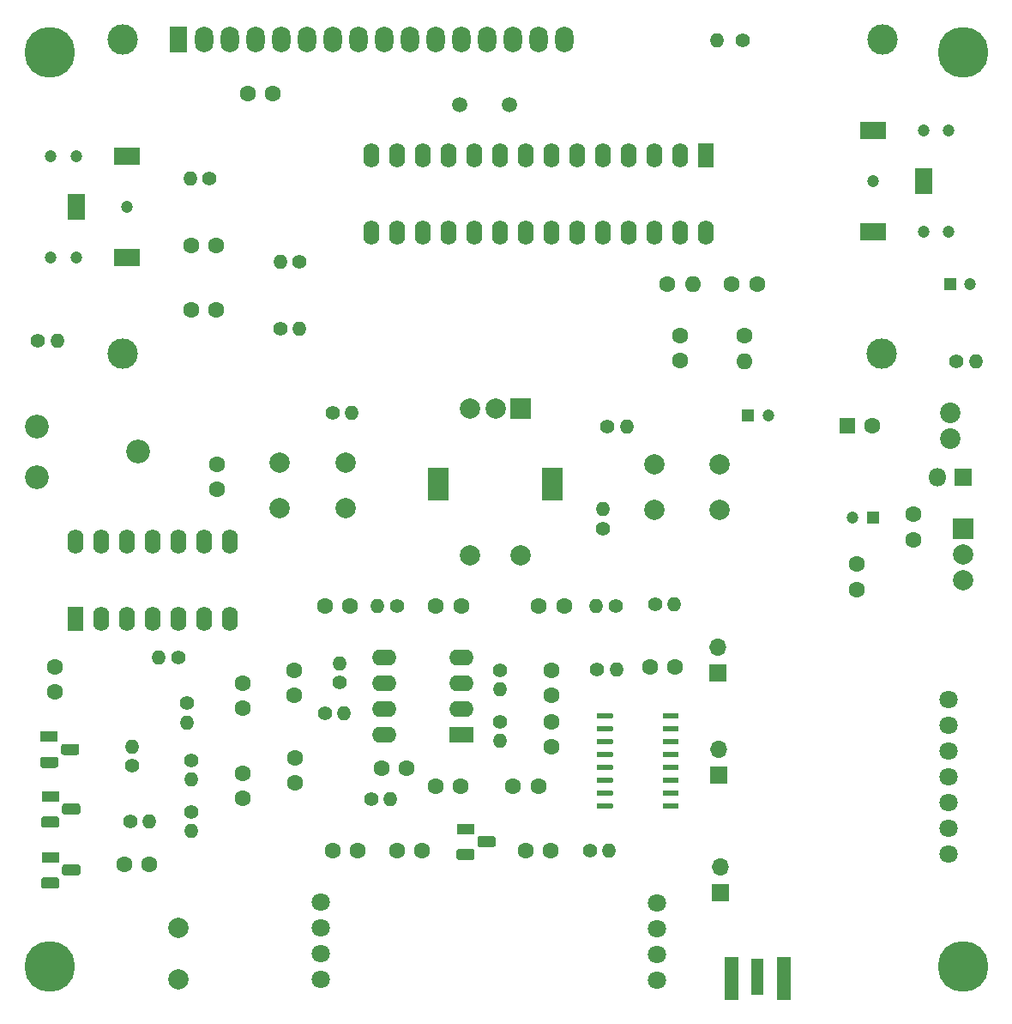
<source format=gts>
G04 #@! TF.GenerationSoftware,KiCad,Pcbnew,(5.1.5)-3*
G04 #@! TF.CreationDate,2020-06-06T12:22:37-04:00*
G04 #@! TF.ProjectId,SDR_SSB,5344525f-5353-4422-9e6b-696361645f70,rev?*
G04 #@! TF.SameCoordinates,Original*
G04 #@! TF.FileFunction,Soldermask,Top*
G04 #@! TF.FilePolarity,Negative*
%FSLAX46Y46*%
G04 Gerber Fmt 4.6, Leading zero omitted, Abs format (unit mm)*
G04 Created by KiCad (PCBNEW (5.1.5)-3) date 2020-06-06 12:22:37*
%MOMM*%
%LPD*%
G04 APERTURE LIST*
%ADD10R,2.000000X2.000000*%
%ADD11C,2.000000*%
%ADD12R,2.000000X3.200000*%
%ADD13R,1.800000X1.100000*%
%ADD14C,0.100000*%
%ADD15C,5.000000*%
%ADD16O,1.700000X1.700000*%
%ADD17R,1.700000X1.700000*%
%ADD18C,1.500000*%
%ADD19C,1.800000*%
%ADD20O,1.600000X2.400000*%
%ADD21R,1.600000X2.400000*%
%ADD22O,2.400000X1.600000*%
%ADD23R,2.400000X1.600000*%
%ADD24C,3.000000*%
%ADD25O,1.800000X2.600000*%
%ADD26R,1.800000X2.600000*%
%ADD27C,2.340000*%
%ADD28O,1.400000X1.400000*%
%ADD29C,1.400000*%
%ADD30O,1.600000X1.600000*%
%ADD31C,1.600000*%
%ADD32C,2.020000*%
%ADD33R,1.270000X3.600000*%
%ADD34R,1.350000X4.200000*%
%ADD35O,1.800000X1.800000*%
%ADD36R,1.800000X1.800000*%
%ADD37C,1.200000*%
%ADD38R,1.800000X2.500000*%
%ADD39R,2.500000X1.800000*%
%ADD40R,1.200000X1.200000*%
%ADD41R,1.600000X1.600000*%
G04 APERTURE END LIST*
D10*
X143040000Y248070000D03*
D11*
X140540000Y248070000D03*
X138040000Y248070000D03*
D12*
X146140000Y240570000D03*
X134940000Y240570000D03*
D11*
X143040000Y233570000D03*
X138040000Y233570000D03*
D13*
X96600000Y209800000D03*
D14*
G36*
X97251955Y207808676D02*
G01*
X97278650Y207804716D01*
X97304828Y207798159D01*
X97330238Y207789067D01*
X97354634Y207777528D01*
X97377782Y207763654D01*
X97399458Y207747578D01*
X97419454Y207729454D01*
X97437578Y207709458D01*
X97453654Y207687782D01*
X97467528Y207664634D01*
X97479067Y207640238D01*
X97488159Y207614828D01*
X97494716Y207588650D01*
X97498676Y207561955D01*
X97500000Y207535000D01*
X97500000Y206985000D01*
X97498676Y206958045D01*
X97494716Y206931350D01*
X97488159Y206905172D01*
X97479067Y206879762D01*
X97467528Y206855366D01*
X97453654Y206832218D01*
X97437578Y206810542D01*
X97419454Y206790546D01*
X97399458Y206772422D01*
X97377782Y206756346D01*
X97354634Y206742472D01*
X97330238Y206730933D01*
X97304828Y206721841D01*
X97278650Y206715284D01*
X97251955Y206711324D01*
X97225000Y206710000D01*
X95975000Y206710000D01*
X95948045Y206711324D01*
X95921350Y206715284D01*
X95895172Y206721841D01*
X95869762Y206730933D01*
X95845366Y206742472D01*
X95822218Y206756346D01*
X95800542Y206772422D01*
X95780546Y206790546D01*
X95762422Y206810542D01*
X95746346Y206832218D01*
X95732472Y206855366D01*
X95720933Y206879762D01*
X95711841Y206905172D01*
X95705284Y206931350D01*
X95701324Y206958045D01*
X95700000Y206985000D01*
X95700000Y207535000D01*
X95701324Y207561955D01*
X95705284Y207588650D01*
X95711841Y207614828D01*
X95720933Y207640238D01*
X95732472Y207664634D01*
X95746346Y207687782D01*
X95762422Y207709458D01*
X95780546Y207729454D01*
X95800542Y207747578D01*
X95822218Y207763654D01*
X95845366Y207777528D01*
X95869762Y207789067D01*
X95895172Y207798159D01*
X95921350Y207804716D01*
X95948045Y207808676D01*
X95975000Y207810000D01*
X97225000Y207810000D01*
X97251955Y207808676D01*
G37*
G36*
X99321955Y209078676D02*
G01*
X99348650Y209074716D01*
X99374828Y209068159D01*
X99400238Y209059067D01*
X99424634Y209047528D01*
X99447782Y209033654D01*
X99469458Y209017578D01*
X99489454Y208999454D01*
X99507578Y208979458D01*
X99523654Y208957782D01*
X99537528Y208934634D01*
X99549067Y208910238D01*
X99558159Y208884828D01*
X99564716Y208858650D01*
X99568676Y208831955D01*
X99570000Y208805000D01*
X99570000Y208255000D01*
X99568676Y208228045D01*
X99564716Y208201350D01*
X99558159Y208175172D01*
X99549067Y208149762D01*
X99537528Y208125366D01*
X99523654Y208102218D01*
X99507578Y208080542D01*
X99489454Y208060546D01*
X99469458Y208042422D01*
X99447782Y208026346D01*
X99424634Y208012472D01*
X99400238Y208000933D01*
X99374828Y207991841D01*
X99348650Y207985284D01*
X99321955Y207981324D01*
X99295000Y207980000D01*
X98045000Y207980000D01*
X98018045Y207981324D01*
X97991350Y207985284D01*
X97965172Y207991841D01*
X97939762Y208000933D01*
X97915366Y208012472D01*
X97892218Y208026346D01*
X97870542Y208042422D01*
X97850546Y208060546D01*
X97832422Y208080542D01*
X97816346Y208102218D01*
X97802472Y208125366D01*
X97790933Y208149762D01*
X97781841Y208175172D01*
X97775284Y208201350D01*
X97771324Y208228045D01*
X97770000Y208255000D01*
X97770000Y208805000D01*
X97771324Y208831955D01*
X97775284Y208858650D01*
X97781841Y208884828D01*
X97790933Y208910238D01*
X97802472Y208934634D01*
X97816346Y208957782D01*
X97832422Y208979458D01*
X97850546Y208999454D01*
X97870542Y209017578D01*
X97892218Y209033654D01*
X97915366Y209047528D01*
X97939762Y209059067D01*
X97965172Y209068159D01*
X97991350Y209074716D01*
X98018045Y209078676D01*
X98045000Y209080000D01*
X99295000Y209080000D01*
X99321955Y209078676D01*
G37*
G36*
X158525977Y218019338D02*
G01*
X158539325Y218017358D01*
X158552414Y218014079D01*
X158565119Y218009533D01*
X158577317Y218003764D01*
X158588891Y217996827D01*
X158599729Y217988789D01*
X158609727Y217979727D01*
X158618789Y217969729D01*
X158626827Y217958891D01*
X158633764Y217947317D01*
X158639533Y217935119D01*
X158644079Y217922414D01*
X158647358Y217909325D01*
X158649338Y217895977D01*
X158650000Y217882500D01*
X158650000Y217607500D01*
X158649338Y217594023D01*
X158647358Y217580675D01*
X158644079Y217567586D01*
X158639533Y217554881D01*
X158633764Y217542683D01*
X158626827Y217531109D01*
X158618789Y217520271D01*
X158609727Y217510273D01*
X158599729Y217501211D01*
X158588891Y217493173D01*
X158577317Y217486236D01*
X158565119Y217480467D01*
X158552414Y217475921D01*
X158539325Y217472642D01*
X158525977Y217470662D01*
X158512500Y217470000D01*
X157187500Y217470000D01*
X157174023Y217470662D01*
X157160675Y217472642D01*
X157147586Y217475921D01*
X157134881Y217480467D01*
X157122683Y217486236D01*
X157111109Y217493173D01*
X157100271Y217501211D01*
X157090273Y217510273D01*
X157081211Y217520271D01*
X157073173Y217531109D01*
X157066236Y217542683D01*
X157060467Y217554881D01*
X157055921Y217567586D01*
X157052642Y217580675D01*
X157050662Y217594023D01*
X157050000Y217607500D01*
X157050000Y217882500D01*
X157050662Y217895977D01*
X157052642Y217909325D01*
X157055921Y217922414D01*
X157060467Y217935119D01*
X157066236Y217947317D01*
X157073173Y217958891D01*
X157081211Y217969729D01*
X157090273Y217979727D01*
X157100271Y217988789D01*
X157111109Y217996827D01*
X157122683Y218003764D01*
X157134881Y218009533D01*
X157147586Y218014079D01*
X157160675Y218017358D01*
X157174023Y218019338D01*
X157187500Y218020000D01*
X158512500Y218020000D01*
X158525977Y218019338D01*
G37*
G36*
X158525977Y216749338D02*
G01*
X158539325Y216747358D01*
X158552414Y216744079D01*
X158565119Y216739533D01*
X158577317Y216733764D01*
X158588891Y216726827D01*
X158599729Y216718789D01*
X158609727Y216709727D01*
X158618789Y216699729D01*
X158626827Y216688891D01*
X158633764Y216677317D01*
X158639533Y216665119D01*
X158644079Y216652414D01*
X158647358Y216639325D01*
X158649338Y216625977D01*
X158650000Y216612500D01*
X158650000Y216337500D01*
X158649338Y216324023D01*
X158647358Y216310675D01*
X158644079Y216297586D01*
X158639533Y216284881D01*
X158633764Y216272683D01*
X158626827Y216261109D01*
X158618789Y216250271D01*
X158609727Y216240273D01*
X158599729Y216231211D01*
X158588891Y216223173D01*
X158577317Y216216236D01*
X158565119Y216210467D01*
X158552414Y216205921D01*
X158539325Y216202642D01*
X158525977Y216200662D01*
X158512500Y216200000D01*
X157187500Y216200000D01*
X157174023Y216200662D01*
X157160675Y216202642D01*
X157147586Y216205921D01*
X157134881Y216210467D01*
X157122683Y216216236D01*
X157111109Y216223173D01*
X157100271Y216231211D01*
X157090273Y216240273D01*
X157081211Y216250271D01*
X157073173Y216261109D01*
X157066236Y216272683D01*
X157060467Y216284881D01*
X157055921Y216297586D01*
X157052642Y216310675D01*
X157050662Y216324023D01*
X157050000Y216337500D01*
X157050000Y216612500D01*
X157050662Y216625977D01*
X157052642Y216639325D01*
X157055921Y216652414D01*
X157060467Y216665119D01*
X157066236Y216677317D01*
X157073173Y216688891D01*
X157081211Y216699729D01*
X157090273Y216709727D01*
X157100271Y216718789D01*
X157111109Y216726827D01*
X157122683Y216733764D01*
X157134881Y216739533D01*
X157147586Y216744079D01*
X157160675Y216747358D01*
X157174023Y216749338D01*
X157187500Y216750000D01*
X158512500Y216750000D01*
X158525977Y216749338D01*
G37*
G36*
X158525977Y215479338D02*
G01*
X158539325Y215477358D01*
X158552414Y215474079D01*
X158565119Y215469533D01*
X158577317Y215463764D01*
X158588891Y215456827D01*
X158599729Y215448789D01*
X158609727Y215439727D01*
X158618789Y215429729D01*
X158626827Y215418891D01*
X158633764Y215407317D01*
X158639533Y215395119D01*
X158644079Y215382414D01*
X158647358Y215369325D01*
X158649338Y215355977D01*
X158650000Y215342500D01*
X158650000Y215067500D01*
X158649338Y215054023D01*
X158647358Y215040675D01*
X158644079Y215027586D01*
X158639533Y215014881D01*
X158633764Y215002683D01*
X158626827Y214991109D01*
X158618789Y214980271D01*
X158609727Y214970273D01*
X158599729Y214961211D01*
X158588891Y214953173D01*
X158577317Y214946236D01*
X158565119Y214940467D01*
X158552414Y214935921D01*
X158539325Y214932642D01*
X158525977Y214930662D01*
X158512500Y214930000D01*
X157187500Y214930000D01*
X157174023Y214930662D01*
X157160675Y214932642D01*
X157147586Y214935921D01*
X157134881Y214940467D01*
X157122683Y214946236D01*
X157111109Y214953173D01*
X157100271Y214961211D01*
X157090273Y214970273D01*
X157081211Y214980271D01*
X157073173Y214991109D01*
X157066236Y215002683D01*
X157060467Y215014881D01*
X157055921Y215027586D01*
X157052642Y215040675D01*
X157050662Y215054023D01*
X157050000Y215067500D01*
X157050000Y215342500D01*
X157050662Y215355977D01*
X157052642Y215369325D01*
X157055921Y215382414D01*
X157060467Y215395119D01*
X157066236Y215407317D01*
X157073173Y215418891D01*
X157081211Y215429729D01*
X157090273Y215439727D01*
X157100271Y215448789D01*
X157111109Y215456827D01*
X157122683Y215463764D01*
X157134881Y215469533D01*
X157147586Y215474079D01*
X157160675Y215477358D01*
X157174023Y215479338D01*
X157187500Y215480000D01*
X158512500Y215480000D01*
X158525977Y215479338D01*
G37*
G36*
X158525977Y214209338D02*
G01*
X158539325Y214207358D01*
X158552414Y214204079D01*
X158565119Y214199533D01*
X158577317Y214193764D01*
X158588891Y214186827D01*
X158599729Y214178789D01*
X158609727Y214169727D01*
X158618789Y214159729D01*
X158626827Y214148891D01*
X158633764Y214137317D01*
X158639533Y214125119D01*
X158644079Y214112414D01*
X158647358Y214099325D01*
X158649338Y214085977D01*
X158650000Y214072500D01*
X158650000Y213797500D01*
X158649338Y213784023D01*
X158647358Y213770675D01*
X158644079Y213757586D01*
X158639533Y213744881D01*
X158633764Y213732683D01*
X158626827Y213721109D01*
X158618789Y213710271D01*
X158609727Y213700273D01*
X158599729Y213691211D01*
X158588891Y213683173D01*
X158577317Y213676236D01*
X158565119Y213670467D01*
X158552414Y213665921D01*
X158539325Y213662642D01*
X158525977Y213660662D01*
X158512500Y213660000D01*
X157187500Y213660000D01*
X157174023Y213660662D01*
X157160675Y213662642D01*
X157147586Y213665921D01*
X157134881Y213670467D01*
X157122683Y213676236D01*
X157111109Y213683173D01*
X157100271Y213691211D01*
X157090273Y213700273D01*
X157081211Y213710271D01*
X157073173Y213721109D01*
X157066236Y213732683D01*
X157060467Y213744881D01*
X157055921Y213757586D01*
X157052642Y213770675D01*
X157050662Y213784023D01*
X157050000Y213797500D01*
X157050000Y214072500D01*
X157050662Y214085977D01*
X157052642Y214099325D01*
X157055921Y214112414D01*
X157060467Y214125119D01*
X157066236Y214137317D01*
X157073173Y214148891D01*
X157081211Y214159729D01*
X157090273Y214169727D01*
X157100271Y214178789D01*
X157111109Y214186827D01*
X157122683Y214193764D01*
X157134881Y214199533D01*
X157147586Y214204079D01*
X157160675Y214207358D01*
X157174023Y214209338D01*
X157187500Y214210000D01*
X158512500Y214210000D01*
X158525977Y214209338D01*
G37*
G36*
X158525977Y212939338D02*
G01*
X158539325Y212937358D01*
X158552414Y212934079D01*
X158565119Y212929533D01*
X158577317Y212923764D01*
X158588891Y212916827D01*
X158599729Y212908789D01*
X158609727Y212899727D01*
X158618789Y212889729D01*
X158626827Y212878891D01*
X158633764Y212867317D01*
X158639533Y212855119D01*
X158644079Y212842414D01*
X158647358Y212829325D01*
X158649338Y212815977D01*
X158650000Y212802500D01*
X158650000Y212527500D01*
X158649338Y212514023D01*
X158647358Y212500675D01*
X158644079Y212487586D01*
X158639533Y212474881D01*
X158633764Y212462683D01*
X158626827Y212451109D01*
X158618789Y212440271D01*
X158609727Y212430273D01*
X158599729Y212421211D01*
X158588891Y212413173D01*
X158577317Y212406236D01*
X158565119Y212400467D01*
X158552414Y212395921D01*
X158539325Y212392642D01*
X158525977Y212390662D01*
X158512500Y212390000D01*
X157187500Y212390000D01*
X157174023Y212390662D01*
X157160675Y212392642D01*
X157147586Y212395921D01*
X157134881Y212400467D01*
X157122683Y212406236D01*
X157111109Y212413173D01*
X157100271Y212421211D01*
X157090273Y212430273D01*
X157081211Y212440271D01*
X157073173Y212451109D01*
X157066236Y212462683D01*
X157060467Y212474881D01*
X157055921Y212487586D01*
X157052642Y212500675D01*
X157050662Y212514023D01*
X157050000Y212527500D01*
X157050000Y212802500D01*
X157050662Y212815977D01*
X157052642Y212829325D01*
X157055921Y212842414D01*
X157060467Y212855119D01*
X157066236Y212867317D01*
X157073173Y212878891D01*
X157081211Y212889729D01*
X157090273Y212899727D01*
X157100271Y212908789D01*
X157111109Y212916827D01*
X157122683Y212923764D01*
X157134881Y212929533D01*
X157147586Y212934079D01*
X157160675Y212937358D01*
X157174023Y212939338D01*
X157187500Y212940000D01*
X158512500Y212940000D01*
X158525977Y212939338D01*
G37*
G36*
X158525977Y211669338D02*
G01*
X158539325Y211667358D01*
X158552414Y211664079D01*
X158565119Y211659533D01*
X158577317Y211653764D01*
X158588891Y211646827D01*
X158599729Y211638789D01*
X158609727Y211629727D01*
X158618789Y211619729D01*
X158626827Y211608891D01*
X158633764Y211597317D01*
X158639533Y211585119D01*
X158644079Y211572414D01*
X158647358Y211559325D01*
X158649338Y211545977D01*
X158650000Y211532500D01*
X158650000Y211257500D01*
X158649338Y211244023D01*
X158647358Y211230675D01*
X158644079Y211217586D01*
X158639533Y211204881D01*
X158633764Y211192683D01*
X158626827Y211181109D01*
X158618789Y211170271D01*
X158609727Y211160273D01*
X158599729Y211151211D01*
X158588891Y211143173D01*
X158577317Y211136236D01*
X158565119Y211130467D01*
X158552414Y211125921D01*
X158539325Y211122642D01*
X158525977Y211120662D01*
X158512500Y211120000D01*
X157187500Y211120000D01*
X157174023Y211120662D01*
X157160675Y211122642D01*
X157147586Y211125921D01*
X157134881Y211130467D01*
X157122683Y211136236D01*
X157111109Y211143173D01*
X157100271Y211151211D01*
X157090273Y211160273D01*
X157081211Y211170271D01*
X157073173Y211181109D01*
X157066236Y211192683D01*
X157060467Y211204881D01*
X157055921Y211217586D01*
X157052642Y211230675D01*
X157050662Y211244023D01*
X157050000Y211257500D01*
X157050000Y211532500D01*
X157050662Y211545977D01*
X157052642Y211559325D01*
X157055921Y211572414D01*
X157060467Y211585119D01*
X157066236Y211597317D01*
X157073173Y211608891D01*
X157081211Y211619729D01*
X157090273Y211629727D01*
X157100271Y211638789D01*
X157111109Y211646827D01*
X157122683Y211653764D01*
X157134881Y211659533D01*
X157147586Y211664079D01*
X157160675Y211667358D01*
X157174023Y211669338D01*
X157187500Y211670000D01*
X158512500Y211670000D01*
X158525977Y211669338D01*
G37*
G36*
X158525977Y210399338D02*
G01*
X158539325Y210397358D01*
X158552414Y210394079D01*
X158565119Y210389533D01*
X158577317Y210383764D01*
X158588891Y210376827D01*
X158599729Y210368789D01*
X158609727Y210359727D01*
X158618789Y210349729D01*
X158626827Y210338891D01*
X158633764Y210327317D01*
X158639533Y210315119D01*
X158644079Y210302414D01*
X158647358Y210289325D01*
X158649338Y210275977D01*
X158650000Y210262500D01*
X158650000Y209987500D01*
X158649338Y209974023D01*
X158647358Y209960675D01*
X158644079Y209947586D01*
X158639533Y209934881D01*
X158633764Y209922683D01*
X158626827Y209911109D01*
X158618789Y209900271D01*
X158609727Y209890273D01*
X158599729Y209881211D01*
X158588891Y209873173D01*
X158577317Y209866236D01*
X158565119Y209860467D01*
X158552414Y209855921D01*
X158539325Y209852642D01*
X158525977Y209850662D01*
X158512500Y209850000D01*
X157187500Y209850000D01*
X157174023Y209850662D01*
X157160675Y209852642D01*
X157147586Y209855921D01*
X157134881Y209860467D01*
X157122683Y209866236D01*
X157111109Y209873173D01*
X157100271Y209881211D01*
X157090273Y209890273D01*
X157081211Y209900271D01*
X157073173Y209911109D01*
X157066236Y209922683D01*
X157060467Y209934881D01*
X157055921Y209947586D01*
X157052642Y209960675D01*
X157050662Y209974023D01*
X157050000Y209987500D01*
X157050000Y210262500D01*
X157050662Y210275977D01*
X157052642Y210289325D01*
X157055921Y210302414D01*
X157060467Y210315119D01*
X157066236Y210327317D01*
X157073173Y210338891D01*
X157081211Y210349729D01*
X157090273Y210359727D01*
X157100271Y210368789D01*
X157111109Y210376827D01*
X157122683Y210383764D01*
X157134881Y210389533D01*
X157147586Y210394079D01*
X157160675Y210397358D01*
X157174023Y210399338D01*
X157187500Y210400000D01*
X158512500Y210400000D01*
X158525977Y210399338D01*
G37*
G36*
X158525977Y209129338D02*
G01*
X158539325Y209127358D01*
X158552414Y209124079D01*
X158565119Y209119533D01*
X158577317Y209113764D01*
X158588891Y209106827D01*
X158599729Y209098789D01*
X158609727Y209089727D01*
X158618789Y209079729D01*
X158626827Y209068891D01*
X158633764Y209057317D01*
X158639533Y209045119D01*
X158644079Y209032414D01*
X158647358Y209019325D01*
X158649338Y209005977D01*
X158650000Y208992500D01*
X158650000Y208717500D01*
X158649338Y208704023D01*
X158647358Y208690675D01*
X158644079Y208677586D01*
X158639533Y208664881D01*
X158633764Y208652683D01*
X158626827Y208641109D01*
X158618789Y208630271D01*
X158609727Y208620273D01*
X158599729Y208611211D01*
X158588891Y208603173D01*
X158577317Y208596236D01*
X158565119Y208590467D01*
X158552414Y208585921D01*
X158539325Y208582642D01*
X158525977Y208580662D01*
X158512500Y208580000D01*
X157187500Y208580000D01*
X157174023Y208580662D01*
X157160675Y208582642D01*
X157147586Y208585921D01*
X157134881Y208590467D01*
X157122683Y208596236D01*
X157111109Y208603173D01*
X157100271Y208611211D01*
X157090273Y208620273D01*
X157081211Y208630271D01*
X157073173Y208641109D01*
X157066236Y208652683D01*
X157060467Y208664881D01*
X157055921Y208677586D01*
X157052642Y208690675D01*
X157050662Y208704023D01*
X157050000Y208717500D01*
X157050000Y208992500D01*
X157050662Y209005977D01*
X157052642Y209019325D01*
X157055921Y209032414D01*
X157060467Y209045119D01*
X157066236Y209057317D01*
X157073173Y209068891D01*
X157081211Y209079729D01*
X157090273Y209089727D01*
X157100271Y209098789D01*
X157111109Y209106827D01*
X157122683Y209113764D01*
X157134881Y209119533D01*
X157147586Y209124079D01*
X157160675Y209127358D01*
X157174023Y209129338D01*
X157187500Y209130000D01*
X158512500Y209130000D01*
X158525977Y209129338D01*
G37*
G36*
X152025977Y209129338D02*
G01*
X152039325Y209127358D01*
X152052414Y209124079D01*
X152065119Y209119533D01*
X152077317Y209113764D01*
X152088891Y209106827D01*
X152099729Y209098789D01*
X152109727Y209089727D01*
X152118789Y209079729D01*
X152126827Y209068891D01*
X152133764Y209057317D01*
X152139533Y209045119D01*
X152144079Y209032414D01*
X152147358Y209019325D01*
X152149338Y209005977D01*
X152150000Y208992500D01*
X152150000Y208717500D01*
X152149338Y208704023D01*
X152147358Y208690675D01*
X152144079Y208677586D01*
X152139533Y208664881D01*
X152133764Y208652683D01*
X152126827Y208641109D01*
X152118789Y208630271D01*
X152109727Y208620273D01*
X152099729Y208611211D01*
X152088891Y208603173D01*
X152077317Y208596236D01*
X152065119Y208590467D01*
X152052414Y208585921D01*
X152039325Y208582642D01*
X152025977Y208580662D01*
X152012500Y208580000D01*
X150687500Y208580000D01*
X150674023Y208580662D01*
X150660675Y208582642D01*
X150647586Y208585921D01*
X150634881Y208590467D01*
X150622683Y208596236D01*
X150611109Y208603173D01*
X150600271Y208611211D01*
X150590273Y208620273D01*
X150581211Y208630271D01*
X150573173Y208641109D01*
X150566236Y208652683D01*
X150560467Y208664881D01*
X150555921Y208677586D01*
X150552642Y208690675D01*
X150550662Y208704023D01*
X150550000Y208717500D01*
X150550000Y208992500D01*
X150550662Y209005977D01*
X150552642Y209019325D01*
X150555921Y209032414D01*
X150560467Y209045119D01*
X150566236Y209057317D01*
X150573173Y209068891D01*
X150581211Y209079729D01*
X150590273Y209089727D01*
X150600271Y209098789D01*
X150611109Y209106827D01*
X150622683Y209113764D01*
X150634881Y209119533D01*
X150647586Y209124079D01*
X150660675Y209127358D01*
X150674023Y209129338D01*
X150687500Y209130000D01*
X152012500Y209130000D01*
X152025977Y209129338D01*
G37*
G36*
X152025977Y210399338D02*
G01*
X152039325Y210397358D01*
X152052414Y210394079D01*
X152065119Y210389533D01*
X152077317Y210383764D01*
X152088891Y210376827D01*
X152099729Y210368789D01*
X152109727Y210359727D01*
X152118789Y210349729D01*
X152126827Y210338891D01*
X152133764Y210327317D01*
X152139533Y210315119D01*
X152144079Y210302414D01*
X152147358Y210289325D01*
X152149338Y210275977D01*
X152150000Y210262500D01*
X152150000Y209987500D01*
X152149338Y209974023D01*
X152147358Y209960675D01*
X152144079Y209947586D01*
X152139533Y209934881D01*
X152133764Y209922683D01*
X152126827Y209911109D01*
X152118789Y209900271D01*
X152109727Y209890273D01*
X152099729Y209881211D01*
X152088891Y209873173D01*
X152077317Y209866236D01*
X152065119Y209860467D01*
X152052414Y209855921D01*
X152039325Y209852642D01*
X152025977Y209850662D01*
X152012500Y209850000D01*
X150687500Y209850000D01*
X150674023Y209850662D01*
X150660675Y209852642D01*
X150647586Y209855921D01*
X150634881Y209860467D01*
X150622683Y209866236D01*
X150611109Y209873173D01*
X150600271Y209881211D01*
X150590273Y209890273D01*
X150581211Y209900271D01*
X150573173Y209911109D01*
X150566236Y209922683D01*
X150560467Y209934881D01*
X150555921Y209947586D01*
X150552642Y209960675D01*
X150550662Y209974023D01*
X150550000Y209987500D01*
X150550000Y210262500D01*
X150550662Y210275977D01*
X150552642Y210289325D01*
X150555921Y210302414D01*
X150560467Y210315119D01*
X150566236Y210327317D01*
X150573173Y210338891D01*
X150581211Y210349729D01*
X150590273Y210359727D01*
X150600271Y210368789D01*
X150611109Y210376827D01*
X150622683Y210383764D01*
X150634881Y210389533D01*
X150647586Y210394079D01*
X150660675Y210397358D01*
X150674023Y210399338D01*
X150687500Y210400000D01*
X152012500Y210400000D01*
X152025977Y210399338D01*
G37*
G36*
X152025977Y211669338D02*
G01*
X152039325Y211667358D01*
X152052414Y211664079D01*
X152065119Y211659533D01*
X152077317Y211653764D01*
X152088891Y211646827D01*
X152099729Y211638789D01*
X152109727Y211629727D01*
X152118789Y211619729D01*
X152126827Y211608891D01*
X152133764Y211597317D01*
X152139533Y211585119D01*
X152144079Y211572414D01*
X152147358Y211559325D01*
X152149338Y211545977D01*
X152150000Y211532500D01*
X152150000Y211257500D01*
X152149338Y211244023D01*
X152147358Y211230675D01*
X152144079Y211217586D01*
X152139533Y211204881D01*
X152133764Y211192683D01*
X152126827Y211181109D01*
X152118789Y211170271D01*
X152109727Y211160273D01*
X152099729Y211151211D01*
X152088891Y211143173D01*
X152077317Y211136236D01*
X152065119Y211130467D01*
X152052414Y211125921D01*
X152039325Y211122642D01*
X152025977Y211120662D01*
X152012500Y211120000D01*
X150687500Y211120000D01*
X150674023Y211120662D01*
X150660675Y211122642D01*
X150647586Y211125921D01*
X150634881Y211130467D01*
X150622683Y211136236D01*
X150611109Y211143173D01*
X150600271Y211151211D01*
X150590273Y211160273D01*
X150581211Y211170271D01*
X150573173Y211181109D01*
X150566236Y211192683D01*
X150560467Y211204881D01*
X150555921Y211217586D01*
X150552642Y211230675D01*
X150550662Y211244023D01*
X150550000Y211257500D01*
X150550000Y211532500D01*
X150550662Y211545977D01*
X150552642Y211559325D01*
X150555921Y211572414D01*
X150560467Y211585119D01*
X150566236Y211597317D01*
X150573173Y211608891D01*
X150581211Y211619729D01*
X150590273Y211629727D01*
X150600271Y211638789D01*
X150611109Y211646827D01*
X150622683Y211653764D01*
X150634881Y211659533D01*
X150647586Y211664079D01*
X150660675Y211667358D01*
X150674023Y211669338D01*
X150687500Y211670000D01*
X152012500Y211670000D01*
X152025977Y211669338D01*
G37*
G36*
X152025977Y212939338D02*
G01*
X152039325Y212937358D01*
X152052414Y212934079D01*
X152065119Y212929533D01*
X152077317Y212923764D01*
X152088891Y212916827D01*
X152099729Y212908789D01*
X152109727Y212899727D01*
X152118789Y212889729D01*
X152126827Y212878891D01*
X152133764Y212867317D01*
X152139533Y212855119D01*
X152144079Y212842414D01*
X152147358Y212829325D01*
X152149338Y212815977D01*
X152150000Y212802500D01*
X152150000Y212527500D01*
X152149338Y212514023D01*
X152147358Y212500675D01*
X152144079Y212487586D01*
X152139533Y212474881D01*
X152133764Y212462683D01*
X152126827Y212451109D01*
X152118789Y212440271D01*
X152109727Y212430273D01*
X152099729Y212421211D01*
X152088891Y212413173D01*
X152077317Y212406236D01*
X152065119Y212400467D01*
X152052414Y212395921D01*
X152039325Y212392642D01*
X152025977Y212390662D01*
X152012500Y212390000D01*
X150687500Y212390000D01*
X150674023Y212390662D01*
X150660675Y212392642D01*
X150647586Y212395921D01*
X150634881Y212400467D01*
X150622683Y212406236D01*
X150611109Y212413173D01*
X150600271Y212421211D01*
X150590273Y212430273D01*
X150581211Y212440271D01*
X150573173Y212451109D01*
X150566236Y212462683D01*
X150560467Y212474881D01*
X150555921Y212487586D01*
X150552642Y212500675D01*
X150550662Y212514023D01*
X150550000Y212527500D01*
X150550000Y212802500D01*
X150550662Y212815977D01*
X150552642Y212829325D01*
X150555921Y212842414D01*
X150560467Y212855119D01*
X150566236Y212867317D01*
X150573173Y212878891D01*
X150581211Y212889729D01*
X150590273Y212899727D01*
X150600271Y212908789D01*
X150611109Y212916827D01*
X150622683Y212923764D01*
X150634881Y212929533D01*
X150647586Y212934079D01*
X150660675Y212937358D01*
X150674023Y212939338D01*
X150687500Y212940000D01*
X152012500Y212940000D01*
X152025977Y212939338D01*
G37*
G36*
X152025977Y214209338D02*
G01*
X152039325Y214207358D01*
X152052414Y214204079D01*
X152065119Y214199533D01*
X152077317Y214193764D01*
X152088891Y214186827D01*
X152099729Y214178789D01*
X152109727Y214169727D01*
X152118789Y214159729D01*
X152126827Y214148891D01*
X152133764Y214137317D01*
X152139533Y214125119D01*
X152144079Y214112414D01*
X152147358Y214099325D01*
X152149338Y214085977D01*
X152150000Y214072500D01*
X152150000Y213797500D01*
X152149338Y213784023D01*
X152147358Y213770675D01*
X152144079Y213757586D01*
X152139533Y213744881D01*
X152133764Y213732683D01*
X152126827Y213721109D01*
X152118789Y213710271D01*
X152109727Y213700273D01*
X152099729Y213691211D01*
X152088891Y213683173D01*
X152077317Y213676236D01*
X152065119Y213670467D01*
X152052414Y213665921D01*
X152039325Y213662642D01*
X152025977Y213660662D01*
X152012500Y213660000D01*
X150687500Y213660000D01*
X150674023Y213660662D01*
X150660675Y213662642D01*
X150647586Y213665921D01*
X150634881Y213670467D01*
X150622683Y213676236D01*
X150611109Y213683173D01*
X150600271Y213691211D01*
X150590273Y213700273D01*
X150581211Y213710271D01*
X150573173Y213721109D01*
X150566236Y213732683D01*
X150560467Y213744881D01*
X150555921Y213757586D01*
X150552642Y213770675D01*
X150550662Y213784023D01*
X150550000Y213797500D01*
X150550000Y214072500D01*
X150550662Y214085977D01*
X150552642Y214099325D01*
X150555921Y214112414D01*
X150560467Y214125119D01*
X150566236Y214137317D01*
X150573173Y214148891D01*
X150581211Y214159729D01*
X150590273Y214169727D01*
X150600271Y214178789D01*
X150611109Y214186827D01*
X150622683Y214193764D01*
X150634881Y214199533D01*
X150647586Y214204079D01*
X150660675Y214207358D01*
X150674023Y214209338D01*
X150687500Y214210000D01*
X152012500Y214210000D01*
X152025977Y214209338D01*
G37*
G36*
X152025977Y215479338D02*
G01*
X152039325Y215477358D01*
X152052414Y215474079D01*
X152065119Y215469533D01*
X152077317Y215463764D01*
X152088891Y215456827D01*
X152099729Y215448789D01*
X152109727Y215439727D01*
X152118789Y215429729D01*
X152126827Y215418891D01*
X152133764Y215407317D01*
X152139533Y215395119D01*
X152144079Y215382414D01*
X152147358Y215369325D01*
X152149338Y215355977D01*
X152150000Y215342500D01*
X152150000Y215067500D01*
X152149338Y215054023D01*
X152147358Y215040675D01*
X152144079Y215027586D01*
X152139533Y215014881D01*
X152133764Y215002683D01*
X152126827Y214991109D01*
X152118789Y214980271D01*
X152109727Y214970273D01*
X152099729Y214961211D01*
X152088891Y214953173D01*
X152077317Y214946236D01*
X152065119Y214940467D01*
X152052414Y214935921D01*
X152039325Y214932642D01*
X152025977Y214930662D01*
X152012500Y214930000D01*
X150687500Y214930000D01*
X150674023Y214930662D01*
X150660675Y214932642D01*
X150647586Y214935921D01*
X150634881Y214940467D01*
X150622683Y214946236D01*
X150611109Y214953173D01*
X150600271Y214961211D01*
X150590273Y214970273D01*
X150581211Y214980271D01*
X150573173Y214991109D01*
X150566236Y215002683D01*
X150560467Y215014881D01*
X150555921Y215027586D01*
X150552642Y215040675D01*
X150550662Y215054023D01*
X150550000Y215067500D01*
X150550000Y215342500D01*
X150550662Y215355977D01*
X150552642Y215369325D01*
X150555921Y215382414D01*
X150560467Y215395119D01*
X150566236Y215407317D01*
X150573173Y215418891D01*
X150581211Y215429729D01*
X150590273Y215439727D01*
X150600271Y215448789D01*
X150611109Y215456827D01*
X150622683Y215463764D01*
X150634881Y215469533D01*
X150647586Y215474079D01*
X150660675Y215477358D01*
X150674023Y215479338D01*
X150687500Y215480000D01*
X152012500Y215480000D01*
X152025977Y215479338D01*
G37*
G36*
X152025977Y216749338D02*
G01*
X152039325Y216747358D01*
X152052414Y216744079D01*
X152065119Y216739533D01*
X152077317Y216733764D01*
X152088891Y216726827D01*
X152099729Y216718789D01*
X152109727Y216709727D01*
X152118789Y216699729D01*
X152126827Y216688891D01*
X152133764Y216677317D01*
X152139533Y216665119D01*
X152144079Y216652414D01*
X152147358Y216639325D01*
X152149338Y216625977D01*
X152150000Y216612500D01*
X152150000Y216337500D01*
X152149338Y216324023D01*
X152147358Y216310675D01*
X152144079Y216297586D01*
X152139533Y216284881D01*
X152133764Y216272683D01*
X152126827Y216261109D01*
X152118789Y216250271D01*
X152109727Y216240273D01*
X152099729Y216231211D01*
X152088891Y216223173D01*
X152077317Y216216236D01*
X152065119Y216210467D01*
X152052414Y216205921D01*
X152039325Y216202642D01*
X152025977Y216200662D01*
X152012500Y216200000D01*
X150687500Y216200000D01*
X150674023Y216200662D01*
X150660675Y216202642D01*
X150647586Y216205921D01*
X150634881Y216210467D01*
X150622683Y216216236D01*
X150611109Y216223173D01*
X150600271Y216231211D01*
X150590273Y216240273D01*
X150581211Y216250271D01*
X150573173Y216261109D01*
X150566236Y216272683D01*
X150560467Y216284881D01*
X150555921Y216297586D01*
X150552642Y216310675D01*
X150550662Y216324023D01*
X150550000Y216337500D01*
X150550000Y216612500D01*
X150550662Y216625977D01*
X150552642Y216639325D01*
X150555921Y216652414D01*
X150560467Y216665119D01*
X150566236Y216677317D01*
X150573173Y216688891D01*
X150581211Y216699729D01*
X150590273Y216709727D01*
X150600271Y216718789D01*
X150611109Y216726827D01*
X150622683Y216733764D01*
X150634881Y216739533D01*
X150647586Y216744079D01*
X150660675Y216747358D01*
X150674023Y216749338D01*
X150687500Y216750000D01*
X152012500Y216750000D01*
X152025977Y216749338D01*
G37*
G36*
X152025977Y218019338D02*
G01*
X152039325Y218017358D01*
X152052414Y218014079D01*
X152065119Y218009533D01*
X152077317Y218003764D01*
X152088891Y217996827D01*
X152099729Y217988789D01*
X152109727Y217979727D01*
X152118789Y217969729D01*
X152126827Y217958891D01*
X152133764Y217947317D01*
X152139533Y217935119D01*
X152144079Y217922414D01*
X152147358Y217909325D01*
X152149338Y217895977D01*
X152150000Y217882500D01*
X152150000Y217607500D01*
X152149338Y217594023D01*
X152147358Y217580675D01*
X152144079Y217567586D01*
X152139533Y217554881D01*
X152133764Y217542683D01*
X152126827Y217531109D01*
X152118789Y217520271D01*
X152109727Y217510273D01*
X152099729Y217501211D01*
X152088891Y217493173D01*
X152077317Y217486236D01*
X152065119Y217480467D01*
X152052414Y217475921D01*
X152039325Y217472642D01*
X152025977Y217470662D01*
X152012500Y217470000D01*
X150687500Y217470000D01*
X150674023Y217470662D01*
X150660675Y217472642D01*
X150647586Y217475921D01*
X150634881Y217480467D01*
X150622683Y217486236D01*
X150611109Y217493173D01*
X150600271Y217501211D01*
X150590273Y217510273D01*
X150581211Y217520271D01*
X150573173Y217531109D01*
X150566236Y217542683D01*
X150560467Y217554881D01*
X150555921Y217567586D01*
X150552642Y217580675D01*
X150550662Y217594023D01*
X150550000Y217607500D01*
X150550000Y217882500D01*
X150550662Y217895977D01*
X150552642Y217909325D01*
X150555921Y217922414D01*
X150560467Y217935119D01*
X150566236Y217947317D01*
X150573173Y217958891D01*
X150581211Y217969729D01*
X150590273Y217979727D01*
X150600271Y217988789D01*
X150611109Y217996827D01*
X150622683Y218003764D01*
X150634881Y218009533D01*
X150647586Y218014079D01*
X150660675Y218017358D01*
X150674023Y218019338D01*
X150687500Y218020000D01*
X152012500Y218020000D01*
X152025977Y218019338D01*
G37*
D15*
X96520000Y193040000D03*
X186690000Y193040000D03*
X96520000Y283210000D03*
X186690000Y283210000D03*
D16*
X162540000Y224530000D03*
D17*
X162540000Y221990000D03*
D16*
X162620000Y214400000D03*
D17*
X162620000Y211860000D03*
D16*
X162750000Y202850000D03*
D17*
X162750000Y200310000D03*
D18*
X137020000Y278000000D03*
X141900000Y278000000D03*
D19*
X156464000Y196748400D03*
X156464000Y194208400D03*
X156464000Y199288400D03*
X156464000Y191668400D03*
X123317000Y191719200D03*
X123317000Y194259200D03*
X123317000Y196799200D03*
X123317000Y199339200D03*
D20*
X99060000Y234950000D03*
X114300000Y227330000D03*
X101600000Y234950000D03*
X111760000Y227330000D03*
X104140000Y234950000D03*
X109220000Y227330000D03*
X106680000Y234950000D03*
X106680000Y227330000D03*
X109220000Y234950000D03*
X104140000Y227330000D03*
X111760000Y234950000D03*
X101600000Y227330000D03*
X114300000Y234950000D03*
D21*
X99060000Y227330000D03*
D19*
X185318400Y204063600D03*
X185318400Y206603600D03*
X185318400Y209143600D03*
X185318400Y211683600D03*
X185318400Y214223600D03*
X185318400Y216763600D03*
X185318400Y219303600D03*
D22*
X129540000Y215900000D03*
X137160000Y223520000D03*
X129540000Y218440000D03*
X137160000Y220980000D03*
X129540000Y220980000D03*
X137160000Y218440000D03*
X129540000Y223520000D03*
D23*
X137160000Y215900000D03*
D24*
X178720000Y284480000D03*
X178719480Y253479300D03*
X103720900Y253479300D03*
X103720900Y284480000D03*
D25*
X147320000Y284480000D03*
X144780000Y284480000D03*
X142240000Y284480000D03*
X139700000Y284480000D03*
X137160000Y284480000D03*
X134620000Y284480000D03*
X132080000Y284480000D03*
X129540000Y284480000D03*
X127000000Y284480000D03*
X124460000Y284480000D03*
X121920000Y284480000D03*
X119380000Y284480000D03*
X116840000Y284480000D03*
X114300000Y284480000D03*
X111760000Y284480000D03*
D26*
X109220000Y284480000D03*
D20*
X161290000Y265430000D03*
X128270000Y273050000D03*
X158750000Y265430000D03*
X130810000Y273050000D03*
X156210000Y265430000D03*
X133350000Y273050000D03*
X153670000Y265430000D03*
X135890000Y273050000D03*
X151130000Y265430000D03*
X138430000Y273050000D03*
X148590000Y265430000D03*
X140970000Y273050000D03*
X146050000Y265430000D03*
X143510000Y273050000D03*
X143510000Y265430000D03*
X146050000Y273050000D03*
X140970000Y265430000D03*
X148590000Y273050000D03*
X138430000Y265430000D03*
X151130000Y273050000D03*
X135890000Y265430000D03*
X153670000Y273050000D03*
X133350000Y265430000D03*
X156210000Y273050000D03*
X130810000Y265430000D03*
X158750000Y273050000D03*
X128270000Y265430000D03*
D21*
X161290000Y273050000D03*
D11*
X186690000Y231140000D03*
X186690000Y233680000D03*
D10*
X186690000Y236220000D03*
D11*
X162710000Y242570000D03*
X162710000Y238070000D03*
X156210000Y242570000D03*
X156210000Y238070000D03*
X119240000Y238200000D03*
X119240000Y242700000D03*
X125740000Y238200000D03*
X125740000Y242700000D03*
D27*
X95250000Y241300000D03*
X105250000Y243800000D03*
X95250000Y246300000D03*
D28*
X151760000Y204470000D03*
D29*
X149860000Y204470000D03*
D28*
X110400000Y270700000D03*
D29*
X112300000Y270700000D03*
D28*
X187960000Y252730000D03*
D29*
X186060000Y252730000D03*
D28*
X162460000Y284400000D03*
D29*
X165000000Y284400000D03*
D28*
X97300000Y254700000D03*
D29*
X95400000Y254700000D03*
D28*
X121200000Y255900000D03*
D29*
X119300000Y255900000D03*
D28*
X119300000Y262500000D03*
D29*
X121200000Y262500000D03*
D28*
X153500000Y246300000D03*
D29*
X151600000Y246300000D03*
D28*
X151130000Y238120000D03*
D29*
X151130000Y236220000D03*
D28*
X126360000Y247650000D03*
D29*
X124460000Y247650000D03*
D28*
X104700000Y214700000D03*
D29*
X104700000Y212800000D03*
D28*
X106400000Y207300000D03*
D29*
X104500000Y207300000D03*
D28*
X110074999Y217094999D03*
D29*
X110074999Y218994999D03*
D28*
X107320000Y223520000D03*
D29*
X109220000Y223520000D03*
D28*
X110490000Y211460000D03*
D29*
X110490000Y213360000D03*
D28*
X110490000Y206380000D03*
D29*
X110490000Y208280000D03*
D28*
X140970000Y220350000D03*
D29*
X140970000Y222250000D03*
D28*
X140970000Y215270000D03*
D29*
X140970000Y217170000D03*
D28*
X130170000Y209550000D03*
D29*
X128270000Y209550000D03*
D28*
X128910000Y228600000D03*
D29*
X130810000Y228600000D03*
D28*
X125200000Y222900000D03*
D29*
X125200000Y221000000D03*
D28*
X125600000Y218000000D03*
D29*
X123700000Y218000000D03*
D28*
X158200000Y228700000D03*
D29*
X156300000Y228700000D03*
D28*
X150500000Y228600000D03*
D29*
X152400000Y228600000D03*
D28*
X152500000Y222300000D03*
D29*
X150600000Y222300000D03*
D13*
X96600000Y203800000D03*
D14*
G36*
X97251955Y201808676D02*
G01*
X97278650Y201804716D01*
X97304828Y201798159D01*
X97330238Y201789067D01*
X97354634Y201777528D01*
X97377782Y201763654D01*
X97399458Y201747578D01*
X97419454Y201729454D01*
X97437578Y201709458D01*
X97453654Y201687782D01*
X97467528Y201664634D01*
X97479067Y201640238D01*
X97488159Y201614828D01*
X97494716Y201588650D01*
X97498676Y201561955D01*
X97500000Y201535000D01*
X97500000Y200985000D01*
X97498676Y200958045D01*
X97494716Y200931350D01*
X97488159Y200905172D01*
X97479067Y200879762D01*
X97467528Y200855366D01*
X97453654Y200832218D01*
X97437578Y200810542D01*
X97419454Y200790546D01*
X97399458Y200772422D01*
X97377782Y200756346D01*
X97354634Y200742472D01*
X97330238Y200730933D01*
X97304828Y200721841D01*
X97278650Y200715284D01*
X97251955Y200711324D01*
X97225000Y200710000D01*
X95975000Y200710000D01*
X95948045Y200711324D01*
X95921350Y200715284D01*
X95895172Y200721841D01*
X95869762Y200730933D01*
X95845366Y200742472D01*
X95822218Y200756346D01*
X95800542Y200772422D01*
X95780546Y200790546D01*
X95762422Y200810542D01*
X95746346Y200832218D01*
X95732472Y200855366D01*
X95720933Y200879762D01*
X95711841Y200905172D01*
X95705284Y200931350D01*
X95701324Y200958045D01*
X95700000Y200985000D01*
X95700000Y201535000D01*
X95701324Y201561955D01*
X95705284Y201588650D01*
X95711841Y201614828D01*
X95720933Y201640238D01*
X95732472Y201664634D01*
X95746346Y201687782D01*
X95762422Y201709458D01*
X95780546Y201729454D01*
X95800542Y201747578D01*
X95822218Y201763654D01*
X95845366Y201777528D01*
X95869762Y201789067D01*
X95895172Y201798159D01*
X95921350Y201804716D01*
X95948045Y201808676D01*
X95975000Y201810000D01*
X97225000Y201810000D01*
X97251955Y201808676D01*
G37*
G36*
X99321955Y203078676D02*
G01*
X99348650Y203074716D01*
X99374828Y203068159D01*
X99400238Y203059067D01*
X99424634Y203047528D01*
X99447782Y203033654D01*
X99469458Y203017578D01*
X99489454Y202999454D01*
X99507578Y202979458D01*
X99523654Y202957782D01*
X99537528Y202934634D01*
X99549067Y202910238D01*
X99558159Y202884828D01*
X99564716Y202858650D01*
X99568676Y202831955D01*
X99570000Y202805000D01*
X99570000Y202255000D01*
X99568676Y202228045D01*
X99564716Y202201350D01*
X99558159Y202175172D01*
X99549067Y202149762D01*
X99537528Y202125366D01*
X99523654Y202102218D01*
X99507578Y202080542D01*
X99489454Y202060546D01*
X99469458Y202042422D01*
X99447782Y202026346D01*
X99424634Y202012472D01*
X99400238Y202000933D01*
X99374828Y201991841D01*
X99348650Y201985284D01*
X99321955Y201981324D01*
X99295000Y201980000D01*
X98045000Y201980000D01*
X98018045Y201981324D01*
X97991350Y201985284D01*
X97965172Y201991841D01*
X97939762Y202000933D01*
X97915366Y202012472D01*
X97892218Y202026346D01*
X97870542Y202042422D01*
X97850546Y202060546D01*
X97832422Y202080542D01*
X97816346Y202102218D01*
X97802472Y202125366D01*
X97790933Y202149762D01*
X97781841Y202175172D01*
X97775284Y202201350D01*
X97771324Y202228045D01*
X97770000Y202255000D01*
X97770000Y202805000D01*
X97771324Y202831955D01*
X97775284Y202858650D01*
X97781841Y202884828D01*
X97790933Y202910238D01*
X97802472Y202934634D01*
X97816346Y202957782D01*
X97832422Y202979458D01*
X97850546Y202999454D01*
X97870542Y203017578D01*
X97892218Y203033654D01*
X97915366Y203047528D01*
X97939762Y203059067D01*
X97965172Y203068159D01*
X97991350Y203074716D01*
X98018045Y203078676D01*
X98045000Y203080000D01*
X99295000Y203080000D01*
X99321955Y203078676D01*
G37*
D13*
X96500000Y215700000D03*
D14*
G36*
X97151955Y213708676D02*
G01*
X97178650Y213704716D01*
X97204828Y213698159D01*
X97230238Y213689067D01*
X97254634Y213677528D01*
X97277782Y213663654D01*
X97299458Y213647578D01*
X97319454Y213629454D01*
X97337578Y213609458D01*
X97353654Y213587782D01*
X97367528Y213564634D01*
X97379067Y213540238D01*
X97388159Y213514828D01*
X97394716Y213488650D01*
X97398676Y213461955D01*
X97400000Y213435000D01*
X97400000Y212885000D01*
X97398676Y212858045D01*
X97394716Y212831350D01*
X97388159Y212805172D01*
X97379067Y212779762D01*
X97367528Y212755366D01*
X97353654Y212732218D01*
X97337578Y212710542D01*
X97319454Y212690546D01*
X97299458Y212672422D01*
X97277782Y212656346D01*
X97254634Y212642472D01*
X97230238Y212630933D01*
X97204828Y212621841D01*
X97178650Y212615284D01*
X97151955Y212611324D01*
X97125000Y212610000D01*
X95875000Y212610000D01*
X95848045Y212611324D01*
X95821350Y212615284D01*
X95795172Y212621841D01*
X95769762Y212630933D01*
X95745366Y212642472D01*
X95722218Y212656346D01*
X95700542Y212672422D01*
X95680546Y212690546D01*
X95662422Y212710542D01*
X95646346Y212732218D01*
X95632472Y212755366D01*
X95620933Y212779762D01*
X95611841Y212805172D01*
X95605284Y212831350D01*
X95601324Y212858045D01*
X95600000Y212885000D01*
X95600000Y213435000D01*
X95601324Y213461955D01*
X95605284Y213488650D01*
X95611841Y213514828D01*
X95620933Y213540238D01*
X95632472Y213564634D01*
X95646346Y213587782D01*
X95662422Y213609458D01*
X95680546Y213629454D01*
X95700542Y213647578D01*
X95722218Y213663654D01*
X95745366Y213677528D01*
X95769762Y213689067D01*
X95795172Y213698159D01*
X95821350Y213704716D01*
X95848045Y213708676D01*
X95875000Y213710000D01*
X97125000Y213710000D01*
X97151955Y213708676D01*
G37*
G36*
X99221955Y214978676D02*
G01*
X99248650Y214974716D01*
X99274828Y214968159D01*
X99300238Y214959067D01*
X99324634Y214947528D01*
X99347782Y214933654D01*
X99369458Y214917578D01*
X99389454Y214899454D01*
X99407578Y214879458D01*
X99423654Y214857782D01*
X99437528Y214834634D01*
X99449067Y214810238D01*
X99458159Y214784828D01*
X99464716Y214758650D01*
X99468676Y214731955D01*
X99470000Y214705000D01*
X99470000Y214155000D01*
X99468676Y214128045D01*
X99464716Y214101350D01*
X99458159Y214075172D01*
X99449067Y214049762D01*
X99437528Y214025366D01*
X99423654Y214002218D01*
X99407578Y213980542D01*
X99389454Y213960546D01*
X99369458Y213942422D01*
X99347782Y213926346D01*
X99324634Y213912472D01*
X99300238Y213900933D01*
X99274828Y213891841D01*
X99248650Y213885284D01*
X99221955Y213881324D01*
X99195000Y213880000D01*
X97945000Y213880000D01*
X97918045Y213881324D01*
X97891350Y213885284D01*
X97865172Y213891841D01*
X97839762Y213900933D01*
X97815366Y213912472D01*
X97792218Y213926346D01*
X97770542Y213942422D01*
X97750546Y213960546D01*
X97732422Y213980542D01*
X97716346Y214002218D01*
X97702472Y214025366D01*
X97690933Y214049762D01*
X97681841Y214075172D01*
X97675284Y214101350D01*
X97671324Y214128045D01*
X97670000Y214155000D01*
X97670000Y214705000D01*
X97671324Y214731955D01*
X97675284Y214758650D01*
X97681841Y214784828D01*
X97690933Y214810238D01*
X97702472Y214834634D01*
X97716346Y214857782D01*
X97732422Y214879458D01*
X97750546Y214899454D01*
X97770542Y214917578D01*
X97792218Y214933654D01*
X97815366Y214947528D01*
X97839762Y214959067D01*
X97865172Y214968159D01*
X97891350Y214974716D01*
X97918045Y214978676D01*
X97945000Y214980000D01*
X99195000Y214980000D01*
X99221955Y214978676D01*
G37*
D13*
X137600000Y206600000D03*
D14*
G36*
X138251955Y204608676D02*
G01*
X138278650Y204604716D01*
X138304828Y204598159D01*
X138330238Y204589067D01*
X138354634Y204577528D01*
X138377782Y204563654D01*
X138399458Y204547578D01*
X138419454Y204529454D01*
X138437578Y204509458D01*
X138453654Y204487782D01*
X138467528Y204464634D01*
X138479067Y204440238D01*
X138488159Y204414828D01*
X138494716Y204388650D01*
X138498676Y204361955D01*
X138500000Y204335000D01*
X138500000Y203785000D01*
X138498676Y203758045D01*
X138494716Y203731350D01*
X138488159Y203705172D01*
X138479067Y203679762D01*
X138467528Y203655366D01*
X138453654Y203632218D01*
X138437578Y203610542D01*
X138419454Y203590546D01*
X138399458Y203572422D01*
X138377782Y203556346D01*
X138354634Y203542472D01*
X138330238Y203530933D01*
X138304828Y203521841D01*
X138278650Y203515284D01*
X138251955Y203511324D01*
X138225000Y203510000D01*
X136975000Y203510000D01*
X136948045Y203511324D01*
X136921350Y203515284D01*
X136895172Y203521841D01*
X136869762Y203530933D01*
X136845366Y203542472D01*
X136822218Y203556346D01*
X136800542Y203572422D01*
X136780546Y203590546D01*
X136762422Y203610542D01*
X136746346Y203632218D01*
X136732472Y203655366D01*
X136720933Y203679762D01*
X136711841Y203705172D01*
X136705284Y203731350D01*
X136701324Y203758045D01*
X136700000Y203785000D01*
X136700000Y204335000D01*
X136701324Y204361955D01*
X136705284Y204388650D01*
X136711841Y204414828D01*
X136720933Y204440238D01*
X136732472Y204464634D01*
X136746346Y204487782D01*
X136762422Y204509458D01*
X136780546Y204529454D01*
X136800542Y204547578D01*
X136822218Y204563654D01*
X136845366Y204577528D01*
X136869762Y204589067D01*
X136895172Y204598159D01*
X136921350Y204604716D01*
X136948045Y204608676D01*
X136975000Y204610000D01*
X138225000Y204610000D01*
X138251955Y204608676D01*
G37*
G36*
X140321955Y205878676D02*
G01*
X140348650Y205874716D01*
X140374828Y205868159D01*
X140400238Y205859067D01*
X140424634Y205847528D01*
X140447782Y205833654D01*
X140469458Y205817578D01*
X140489454Y205799454D01*
X140507578Y205779458D01*
X140523654Y205757782D01*
X140537528Y205734634D01*
X140549067Y205710238D01*
X140558159Y205684828D01*
X140564716Y205658650D01*
X140568676Y205631955D01*
X140570000Y205605000D01*
X140570000Y205055000D01*
X140568676Y205028045D01*
X140564716Y205001350D01*
X140558159Y204975172D01*
X140549067Y204949762D01*
X140537528Y204925366D01*
X140523654Y204902218D01*
X140507578Y204880542D01*
X140489454Y204860546D01*
X140469458Y204842422D01*
X140447782Y204826346D01*
X140424634Y204812472D01*
X140400238Y204800933D01*
X140374828Y204791841D01*
X140348650Y204785284D01*
X140321955Y204781324D01*
X140295000Y204780000D01*
X139045000Y204780000D01*
X139018045Y204781324D01*
X138991350Y204785284D01*
X138965172Y204791841D01*
X138939762Y204800933D01*
X138915366Y204812472D01*
X138892218Y204826346D01*
X138870542Y204842422D01*
X138850546Y204860546D01*
X138832422Y204880542D01*
X138816346Y204902218D01*
X138802472Y204925366D01*
X138790933Y204949762D01*
X138781841Y204975172D01*
X138775284Y205001350D01*
X138771324Y205028045D01*
X138770000Y205055000D01*
X138770000Y205605000D01*
X138771324Y205631955D01*
X138775284Y205658650D01*
X138781841Y205684828D01*
X138790933Y205710238D01*
X138802472Y205734634D01*
X138816346Y205757782D01*
X138832422Y205779458D01*
X138850546Y205799454D01*
X138870542Y205817578D01*
X138892218Y205833654D01*
X138915366Y205847528D01*
X138939762Y205859067D01*
X138965172Y205868159D01*
X138991350Y205874716D01*
X139018045Y205878676D01*
X139045000Y205880000D01*
X140295000Y205880000D01*
X140321955Y205878676D01*
G37*
D11*
X109220000Y196850000D03*
X109220000Y191770000D03*
D30*
X160020000Y260350000D03*
D31*
X157480000Y260350000D03*
D30*
X165100000Y252730000D03*
D31*
X165100000Y255270000D03*
D32*
X185420000Y247650000D03*
X185420000Y245110000D03*
D33*
X166395400Y192024000D03*
D34*
X169037000Y191846200D03*
X163880800Y191846200D03*
D35*
X184150000Y241300000D03*
D36*
X186690000Y241300000D03*
D37*
X96640000Y262970000D03*
X99140000Y262970000D03*
X96640000Y272970000D03*
X99140000Y272970000D03*
X104140000Y267970000D03*
D38*
X99140000Y267970000D03*
D39*
X104140000Y262970000D03*
X104140000Y272970000D03*
D37*
X185300000Y275510000D03*
X182800000Y275510000D03*
X185300000Y265510000D03*
X182800000Y265510000D03*
X177800000Y270510000D03*
D38*
X182800000Y270510000D03*
D39*
X177800000Y275510000D03*
X177800000Y265510000D03*
D31*
X129300000Y212600000D03*
X131800000Y212600000D03*
X113030000Y240070000D03*
X113030000Y242570000D03*
X126960000Y204470000D03*
X124460000Y204470000D03*
X133310000Y204470000D03*
X130810000Y204470000D03*
X106400000Y203100000D03*
X103900000Y203100000D03*
X146010000Y204470000D03*
X143510000Y204470000D03*
X97100000Y222600000D03*
X97100000Y220100000D03*
X146050000Y219750000D03*
X146050000Y222250000D03*
X146050000Y214670000D03*
X146050000Y217170000D03*
X144820000Y228600000D03*
X147320000Y228600000D03*
X158300000Y222600000D03*
X155800000Y222600000D03*
X142280000Y210820000D03*
X144780000Y210820000D03*
X120650000Y219750000D03*
X120650000Y222250000D03*
X120800000Y213600000D03*
X120800000Y211100000D03*
X137120000Y210820000D03*
X134620000Y210820000D03*
X134660000Y228600000D03*
X137160000Y228600000D03*
X123700000Y228600000D03*
X126200000Y228600000D03*
X115570000Y218480000D03*
X115570000Y220980000D03*
X115570000Y209590000D03*
X115570000Y212090000D03*
X112990000Y264160000D03*
X110490000Y264160000D03*
X112990000Y257810000D03*
X110490000Y257810000D03*
D37*
X187420000Y260350000D03*
D40*
X185420000Y260350000D03*
D31*
X118600000Y279100000D03*
X116100000Y279100000D03*
X166370000Y260350000D03*
X163870000Y260350000D03*
X158750000Y255270000D03*
X158750000Y252770000D03*
D37*
X167500000Y247400000D03*
D40*
X165500000Y247400000D03*
D37*
X175800000Y237300000D03*
D40*
X177800000Y237300000D03*
D31*
X176200000Y232700000D03*
X176200000Y230200000D03*
X181800000Y237600000D03*
X181800000Y235100000D03*
X177760000Y246380000D03*
D41*
X175260000Y246380000D03*
M02*

</source>
